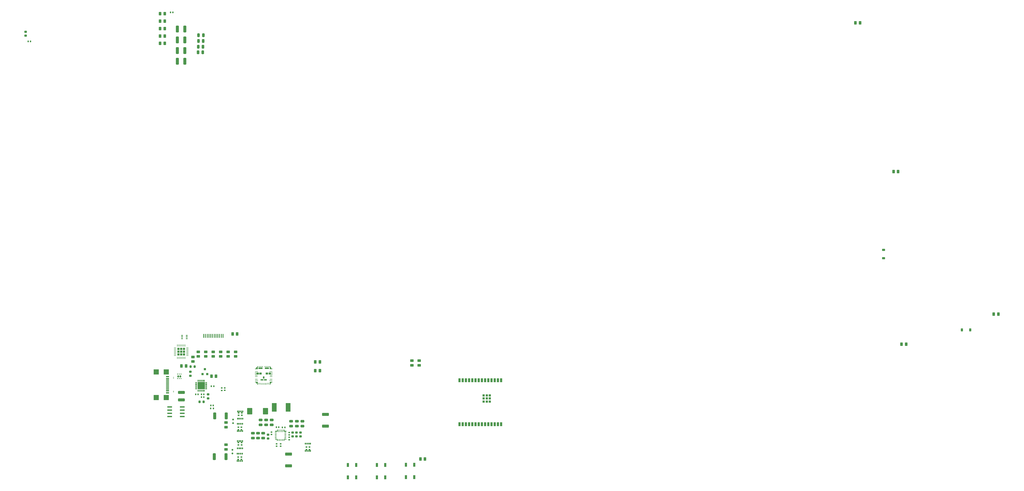
<source format=gtp>
%TF.GenerationSoftware,KiCad,Pcbnew,8.0.6*%
%TF.CreationDate,2025-02-07T02:37:33-05:00*%
%TF.ProjectId,SCAN,5343414e-2e6b-4696-9361-645f70636258,v1.0*%
%TF.SameCoordinates,Original*%
%TF.FileFunction,Paste,Top*%
%TF.FilePolarity,Positive*%
%FSLAX46Y46*%
G04 Gerber Fmt 4.6, Leading zero omitted, Abs format (unit mm)*
G04 Created by KiCad (PCBNEW 8.0.6) date 2025-02-07 02:37:33*
%MOMM*%
%LPD*%
G01*
G04 APERTURE LIST*
G04 Aperture macros list*
%AMRoundRect*
0 Rectangle with rounded corners*
0 $1 Rounding radius*
0 $2 $3 $4 $5 $6 $7 $8 $9 X,Y pos of 4 corners*
0 Add a 4 corners polygon primitive as box body*
4,1,4,$2,$3,$4,$5,$6,$7,$8,$9,$2,$3,0*
0 Add four circle primitives for the rounded corners*
1,1,$1+$1,$2,$3*
1,1,$1+$1,$4,$5*
1,1,$1+$1,$6,$7*
1,1,$1+$1,$8,$9*
0 Add four rect primitives between the rounded corners*
20,1,$1+$1,$2,$3,$4,$5,0*
20,1,$1+$1,$4,$5,$6,$7,0*
20,1,$1+$1,$6,$7,$8,$9,0*
20,1,$1+$1,$8,$9,$2,$3,0*%
G04 Aperture macros list end*
%ADD10C,0.000000*%
%ADD11C,0.010000*%
%ADD12RoundRect,0.250000X-0.325000X-1.100000X0.325000X-1.100000X0.325000X1.100000X-0.325000X1.100000X0*%
%ADD13RoundRect,0.135000X0.185000X-0.135000X0.185000X0.135000X-0.185000X0.135000X-0.185000X-0.135000X0*%
%ADD14RoundRect,0.090000X-0.360000X0.660000X-0.360000X-0.660000X0.360000X-0.660000X0.360000X0.660000X0*%
%ADD15RoundRect,0.250000X0.262500X0.450000X-0.262500X0.450000X-0.262500X-0.450000X0.262500X-0.450000X0*%
%ADD16RoundRect,0.250000X-0.475000X0.250000X-0.475000X-0.250000X0.475000X-0.250000X0.475000X0.250000X0*%
%ADD17RoundRect,0.140000X-0.170000X0.140000X-0.170000X-0.140000X0.170000X-0.140000X0.170000X0.140000X0*%
%ADD18RoundRect,0.140000X0.170000X-0.140000X0.170000X0.140000X-0.170000X0.140000X-0.170000X-0.140000X0*%
%ADD19RoundRect,0.140000X0.140000X0.170000X-0.140000X0.170000X-0.140000X-0.170000X0.140000X-0.170000X0*%
%ADD20RoundRect,0.250000X-0.262500X-0.450000X0.262500X-0.450000X0.262500X0.450000X-0.262500X0.450000X0*%
%ADD21R,1.981200X0.558800*%
%ADD22RoundRect,0.135000X-0.135000X-0.185000X0.135000X-0.185000X0.135000X0.185000X-0.135000X0.185000X0*%
%ADD23R,0.738000X0.570000*%
%ADD24RoundRect,0.125000X-0.125000X0.190000X-0.125000X-0.190000X0.125000X-0.190000X0.125000X0.190000X0*%
%ADD25RoundRect,0.225000X-0.250000X0.225000X-0.250000X-0.225000X0.250000X-0.225000X0.250000X0.225000X0*%
%ADD26RoundRect,0.125000X0.125000X-0.190000X0.125000X0.190000X-0.125000X0.190000X-0.125000X-0.190000X0*%
%ADD27RoundRect,0.135000X0.135000X0.185000X-0.135000X0.185000X-0.135000X-0.185000X0.135000X-0.185000X0*%
%ADD28RoundRect,0.225000X0.250000X-0.225000X0.250000X0.225000X-0.250000X0.225000X-0.250000X-0.225000X0*%
%ADD29RoundRect,0.250000X-0.362500X-1.075000X0.362500X-1.075000X0.362500X1.075000X-0.362500X1.075000X0*%
%ADD30R,0.750000X0.300000*%
%ADD31R,0.300000X0.750000*%
%ADD32R,2.850000X2.850000*%
%ADD33RoundRect,0.250000X0.450000X-0.262500X0.450000X0.262500X-0.450000X0.262500X-0.450000X-0.262500X0*%
%ADD34RoundRect,0.250000X-0.250000X-0.475000X0.250000X-0.475000X0.250000X0.475000X-0.250000X0.475000X0*%
%ADD35RoundRect,0.090000X0.360000X-0.660000X0.360000X0.660000X-0.360000X0.660000X-0.360000X-0.660000X0*%
%ADD36R,0.889000X1.498600*%
%ADD37R,0.812800X0.812800*%
%ADD38RoundRect,0.250000X0.475000X-0.250000X0.475000X0.250000X-0.475000X0.250000X-0.475000X-0.250000X0*%
%ADD39R,0.350000X1.600000*%
%ADD40RoundRect,0.140000X-0.140000X-0.170000X0.140000X-0.170000X0.140000X0.170000X-0.140000X0.170000X0*%
%ADD41RoundRect,0.225000X-0.225000X-0.375000X0.225000X-0.375000X0.225000X0.375000X-0.225000X0.375000X0*%
%ADD42RoundRect,0.250000X1.075000X-0.362500X1.075000X0.362500X-1.075000X0.362500X-1.075000X-0.362500X0*%
%ADD43R,0.249999X0.800001*%
%ADD44R,0.249999X0.700001*%
%ADD45R,1.200000X0.249999*%
%ADD46R,1.000000X0.249999*%
%ADD47RoundRect,0.225000X0.225000X0.250000X-0.225000X0.250000X-0.225000X-0.250000X0.225000X-0.250000X0*%
%ADD48RoundRect,0.250000X-1.075000X0.362500X-1.075000X-0.362500X1.075000X-0.362500X1.075000X0.362500X0*%
%ADD49RoundRect,0.250000X-0.787500X-1.025000X0.787500X-1.025000X0.787500X1.025000X-0.787500X1.025000X0*%
%ADD50R,0.812800X0.889000*%
%ADD51R,1.850000X3.400000*%
%ADD52R,0.304800X0.228600*%
%ADD53R,2.006600X2.159000*%
%ADD54R,1.143000X0.609600*%
%ADD55R,1.143000X0.304800*%
%ADD56RoundRect,0.050000X-0.250000X-0.050000X0.250000X-0.050000X0.250000X0.050000X-0.250000X0.050000X0*%
%ADD57RoundRect,0.050000X-0.050000X-0.250000X0.050000X-0.250000X0.050000X0.250000X-0.050000X0.250000X0*%
%ADD58RoundRect,0.050000X-0.300000X-0.050000X0.300000X-0.050000X0.300000X0.050000X-0.300000X0.050000X0*%
%ADD59RoundRect,0.050000X-0.275000X-0.050000X0.275000X-0.050000X0.275000X0.050000X-0.275000X0.050000X0*%
%ADD60RoundRect,0.050000X-0.290000X-0.050000X0.290000X-0.050000X0.290000X0.050000X-0.290000X0.050000X0*%
%ADD61RoundRect,0.050000X-0.050000X-0.450000X0.050000X-0.450000X0.050000X0.450000X-0.050000X0.450000X0*%
%ADD62RoundRect,0.050000X-0.050000X-0.425000X0.050000X-0.425000X0.050000X0.425000X-0.050000X0.425000X0*%
%ADD63RoundRect,0.150000X-0.200000X0.150000X-0.200000X-0.150000X0.200000X-0.150000X0.200000X0.150000X0*%
%ADD64RoundRect,0.225000X-0.225000X-0.225000X0.225000X-0.225000X0.225000X0.225000X-0.225000X0.225000X0*%
%ADD65RoundRect,0.062500X-0.337500X-0.062500X0.337500X-0.062500X0.337500X0.062500X-0.337500X0.062500X0*%
%ADD66RoundRect,0.062500X-0.062500X-0.337500X0.062500X-0.337500X0.062500X0.337500X-0.062500X0.337500X0*%
%ADD67RoundRect,0.250000X-1.100000X0.325000X-1.100000X-0.325000X1.100000X-0.325000X1.100000X0.325000X0*%
%ADD68RoundRect,0.225000X0.375000X-0.225000X0.375000X0.225000X-0.375000X0.225000X-0.375000X-0.225000X0*%
%ADD69RoundRect,0.200000X-0.200000X-0.275000X0.200000X-0.275000X0.200000X0.275000X-0.200000X0.275000X0*%
%ADD70RoundRect,0.218750X-0.256250X0.218750X-0.256250X-0.218750X0.256250X-0.218750X0.256250X0.218750X0*%
%ADD71RoundRect,0.100000X-0.225000X-0.100000X0.225000X-0.100000X0.225000X0.100000X-0.225000X0.100000X0*%
%ADD72RoundRect,0.250000X-0.450000X0.262500X-0.450000X-0.262500X0.450000X-0.262500X0.450000X0.262500X0*%
%ADD73RoundRect,0.160000X-0.160000X0.245000X-0.160000X-0.245000X0.160000X-0.245000X0.160000X0.245000X0*%
%ADD74RoundRect,0.093750X-0.106250X0.093750X-0.106250X-0.093750X0.106250X-0.093750X0.106250X0.093750X0*%
G04 APERTURE END LIST*
D10*
%TO.C,U9*%
G36*
X98700001Y-86625000D02*
G01*
X98700001Y-86775000D01*
X98650001Y-86824999D01*
X98399999Y-86824999D01*
X98349999Y-86775000D01*
X98349999Y-86625000D01*
X98399999Y-86575000D01*
X98650001Y-86575000D01*
X98700001Y-86625000D01*
G37*
G36*
X98700001Y-86125001D02*
G01*
X98700001Y-86275001D01*
X98650001Y-86325000D01*
X98399999Y-86325000D01*
X98349999Y-86275001D01*
X98349999Y-86125001D01*
X98399999Y-86075001D01*
X98650001Y-86075001D01*
X98700001Y-86125001D01*
G37*
G36*
X99859999Y-86145001D02*
G01*
X99859999Y-86755000D01*
X99809999Y-86805000D01*
X98950001Y-86805000D01*
X98900001Y-86755000D01*
X98900001Y-86145001D01*
X98950001Y-86095001D01*
X99809999Y-86095001D01*
X99859999Y-86145001D01*
G37*
G36*
X101345000Y-84100001D02*
G01*
X101345000Y-84600000D01*
X101295000Y-84650000D01*
X99805000Y-84650000D01*
X99755000Y-84600000D01*
X99755000Y-84100001D01*
X99805000Y-84050001D01*
X101295000Y-84050001D01*
X101345000Y-84100001D01*
G37*
G36*
X99925000Y-83550000D02*
G01*
X99925000Y-83799999D01*
X99875000Y-83849999D01*
X99725000Y-83849999D01*
X99675000Y-83799999D01*
X99675000Y-83550000D01*
X99725000Y-83500000D01*
X99875000Y-83500000D01*
X99925000Y-83550000D01*
G37*
G36*
X101019999Y-86145001D02*
G01*
X101019999Y-86755000D01*
X100969999Y-86805000D01*
X100110001Y-86805000D01*
X100060001Y-86755000D01*
X100060001Y-86145001D01*
X100110001Y-86095001D01*
X100969999Y-86095001D01*
X101019999Y-86145001D01*
G37*
G36*
X100424999Y-83550000D02*
G01*
X100424999Y-83799999D01*
X100374999Y-83849999D01*
X100224999Y-83849999D01*
X100174999Y-83799999D01*
X100174999Y-83550000D01*
X100224999Y-83500000D01*
X100374999Y-83500000D01*
X100424999Y-83550000D01*
G37*
G36*
X101700000Y-88715001D02*
G01*
X101700000Y-89185000D01*
X101650000Y-89235000D01*
X100600000Y-89235000D01*
X100550000Y-89185000D01*
X100550000Y-88715001D01*
X100600000Y-88665001D01*
X101650000Y-88665001D01*
X101700000Y-88715001D01*
G37*
G36*
X100925000Y-83550000D02*
G01*
X100925000Y-83799999D01*
X100875001Y-83849999D01*
X100725001Y-83849999D01*
X100675001Y-83799999D01*
X100675001Y-83550000D01*
X100725001Y-83500000D01*
X100875001Y-83500000D01*
X100925000Y-83550000D01*
G37*
G36*
X101424999Y-83550000D02*
G01*
X101424999Y-83799999D01*
X101375000Y-83849999D01*
X101225000Y-83849999D01*
X101175000Y-83799999D01*
X101175000Y-83550000D01*
X101225000Y-83500000D01*
X101375000Y-83500000D01*
X101424999Y-83550000D01*
G37*
G36*
X102085001Y-87615000D02*
G01*
X102085001Y-88414999D01*
X102035001Y-88464999D01*
X101564999Y-88464999D01*
X101514999Y-88414999D01*
X101514999Y-87615000D01*
X101564999Y-87565001D01*
X102035001Y-87565001D01*
X102085001Y-87615000D01*
G37*
G36*
X103050000Y-88715001D02*
G01*
X103050000Y-89185000D01*
X103000000Y-89235000D01*
X101950000Y-89235000D01*
X101900000Y-89185000D01*
X101900000Y-88715001D01*
X101950000Y-88665001D01*
X103000000Y-88665001D01*
X103050000Y-88715001D01*
G37*
G36*
X102425000Y-83550000D02*
G01*
X102425000Y-83799999D01*
X102375000Y-83849999D01*
X102225000Y-83849999D01*
X102175001Y-83799999D01*
X102175001Y-83550000D01*
X102225000Y-83500000D01*
X102375000Y-83500000D01*
X102425000Y-83550000D01*
G37*
G36*
X103845000Y-84100001D02*
G01*
X103845000Y-84600000D01*
X103795000Y-84650000D01*
X102305000Y-84650000D01*
X102255000Y-84600000D01*
X102255000Y-84100001D01*
X102305000Y-84050001D01*
X103795000Y-84050001D01*
X103845000Y-84100001D01*
G37*
G36*
X103539999Y-86145001D02*
G01*
X103539999Y-86755000D01*
X103489999Y-86805000D01*
X102630001Y-86805000D01*
X102580001Y-86755000D01*
X102580001Y-86145001D01*
X102630001Y-86095001D01*
X103489999Y-86095001D01*
X103539999Y-86145001D01*
G37*
G36*
X102924999Y-83550000D02*
G01*
X102924999Y-83799999D01*
X102874999Y-83849999D01*
X102724999Y-83849999D01*
X102675000Y-83799999D01*
X102675000Y-83550000D01*
X102724999Y-83500000D01*
X102874999Y-83500000D01*
X102924999Y-83550000D01*
G37*
G36*
X103425001Y-83550000D02*
G01*
X103425001Y-83799999D01*
X103375001Y-83849999D01*
X103225001Y-83849999D01*
X103175001Y-83799999D01*
X103175001Y-83550000D01*
X103225001Y-83500000D01*
X103375001Y-83500000D01*
X103425001Y-83550000D01*
G37*
G36*
X104699999Y-86145001D02*
G01*
X104699999Y-86755000D01*
X104649999Y-86805000D01*
X103790001Y-86805000D01*
X103740001Y-86755000D01*
X103740001Y-86145001D01*
X103790001Y-86095001D01*
X104649999Y-86095001D01*
X104699999Y-86145001D01*
G37*
G36*
X103925000Y-83550000D02*
G01*
X103925000Y-83799999D01*
X103875000Y-83849999D01*
X103725000Y-83849999D01*
X103675000Y-83799999D01*
X103675000Y-83550000D01*
X103725000Y-83500000D01*
X103875000Y-83500000D01*
X103925000Y-83550000D01*
G37*
G36*
X105250001Y-86125001D02*
G01*
X105250001Y-86275001D01*
X105200001Y-86325000D01*
X104949999Y-86325000D01*
X104899999Y-86275001D01*
X104899999Y-86125001D01*
X104949999Y-86075001D01*
X105200001Y-86075001D01*
X105250001Y-86125001D01*
G37*
G36*
X105250001Y-86625000D02*
G01*
X105250001Y-86775000D01*
X105200001Y-86824999D01*
X104949999Y-86824999D01*
X104899999Y-86775000D01*
X104899999Y-86625000D01*
X104949999Y-86575000D01*
X105200001Y-86575000D01*
X105250001Y-86625000D01*
G37*
G36*
X99424998Y-83550000D02*
G01*
X99425001Y-84625001D01*
X99374998Y-84674999D01*
X98399999Y-84675001D01*
X98349999Y-84625001D01*
X98349999Y-84474999D01*
X98399999Y-84424999D01*
X98775000Y-84425002D01*
X98825000Y-84374999D01*
X98825000Y-84025000D01*
X98875000Y-83975000D01*
X99124999Y-83975000D01*
X99174999Y-83925000D01*
X99174999Y-83550000D01*
X99224999Y-83500000D01*
X99375001Y-83500000D01*
X99424998Y-83550000D01*
G37*
G36*
X99374998Y-89725001D02*
G01*
X99425001Y-89774999D01*
X99424998Y-90850000D01*
X99375001Y-90900000D01*
X99225001Y-90900000D01*
X99174999Y-90850000D01*
X99175001Y-90475000D01*
X99124999Y-90425000D01*
X98875000Y-90425000D01*
X98825000Y-90375000D01*
X98825000Y-90024998D01*
X98775000Y-89975001D01*
X98399999Y-89975001D01*
X98349999Y-89925001D01*
X98349999Y-89774999D01*
X98399999Y-89724999D01*
X99374998Y-89725001D01*
G37*
G36*
X104425001Y-83550000D02*
G01*
X104424999Y-83925000D01*
X104475001Y-83975000D01*
X104725000Y-83975000D01*
X104775000Y-84025000D01*
X104775000Y-84374999D01*
X104824998Y-84425002D01*
X105200001Y-84424999D01*
X105250001Y-84474999D01*
X105250001Y-84625001D01*
X105200001Y-84675001D01*
X104224999Y-84674999D01*
X104174999Y-84625001D01*
X104175002Y-83550000D01*
X104224999Y-83500000D01*
X104375001Y-83500000D01*
X104425001Y-83550000D01*
G37*
G36*
X105250001Y-89774999D02*
G01*
X105250001Y-89925001D01*
X105200001Y-89975001D01*
X104824998Y-89974998D01*
X104775000Y-90025001D01*
X104775000Y-90375000D01*
X104725000Y-90425000D01*
X104475001Y-90425000D01*
X104425001Y-90475000D01*
X104425001Y-90850000D01*
X104374999Y-90900000D01*
X104224999Y-90900000D01*
X104175002Y-90850000D01*
X104174999Y-89774999D01*
X104224999Y-89724999D01*
X105200001Y-89724999D01*
X105250001Y-89774999D01*
G37*
D11*
%TO.C,U4*%
X107148001Y-112401000D02*
X107150001Y-112401000D01*
X107153001Y-112402000D01*
X107155001Y-112402000D01*
X107158001Y-112403000D01*
X107160001Y-112404000D01*
X107163001Y-112405000D01*
X107165001Y-112407000D01*
X107167001Y-112408000D01*
X107169001Y-112410000D01*
X107171001Y-112411000D01*
X107173001Y-112413000D01*
X107175001Y-112415000D01*
X107177001Y-112417000D01*
X107179001Y-112419000D01*
X107180001Y-112421000D01*
X107182001Y-112423000D01*
X107183001Y-112425000D01*
X107185001Y-112427000D01*
X107186001Y-112430000D01*
X107187001Y-112432000D01*
X107188001Y-112435000D01*
X107188001Y-112437000D01*
X107189001Y-112440000D01*
X107189001Y-112442000D01*
X107190001Y-112445000D01*
X107190001Y-112447000D01*
X107190001Y-112450000D01*
X107190001Y-113050000D01*
X107190001Y-113053000D01*
X107190001Y-113055000D01*
X107189001Y-113058000D01*
X107189001Y-113060000D01*
X107188001Y-113063000D01*
X107188001Y-113065000D01*
X107187001Y-113068000D01*
X107186001Y-113070000D01*
X107185001Y-113073000D01*
X107183001Y-113075000D01*
X107182001Y-113077000D01*
X107180001Y-113079000D01*
X107179001Y-113081000D01*
X107177001Y-113083000D01*
X107175001Y-113085000D01*
X107173001Y-113087000D01*
X107171001Y-113089000D01*
X107169001Y-113090000D01*
X107167001Y-113092000D01*
X107165001Y-113093000D01*
X107163001Y-113095000D01*
X107160001Y-113096000D01*
X107158001Y-113097000D01*
X107155001Y-113098000D01*
X107153001Y-113098000D01*
X107150001Y-113099000D01*
X107148001Y-113099000D01*
X107145001Y-113100000D01*
X107143001Y-113100000D01*
X107140001Y-113100000D01*
X107040001Y-113100000D01*
X107037001Y-113100000D01*
X107035001Y-113100000D01*
X107032001Y-113099000D01*
X107030001Y-113099000D01*
X107027001Y-113098000D01*
X107025001Y-113098000D01*
X107022001Y-113097000D01*
X107020001Y-113096000D01*
X107017001Y-113095000D01*
X107015001Y-113093000D01*
X107013001Y-113092000D01*
X107011001Y-113090000D01*
X107009001Y-113089000D01*
X107007001Y-113087000D01*
X107005001Y-113085000D01*
X107003001Y-113083000D01*
X107001001Y-113081000D01*
X107000001Y-113079000D01*
X106998001Y-113077000D01*
X106997001Y-113075000D01*
X106995001Y-113073000D01*
X106994001Y-113070000D01*
X106993001Y-113068000D01*
X106992001Y-113065000D01*
X106992001Y-113063000D01*
X106991001Y-113060000D01*
X106991001Y-113058000D01*
X106990001Y-113055000D01*
X106990001Y-113053000D01*
X106990001Y-113050000D01*
X106990001Y-112600000D01*
X106340001Y-112600000D01*
X106337001Y-112600000D01*
X106335001Y-112600000D01*
X106332001Y-112599000D01*
X106330001Y-112599000D01*
X106327001Y-112598000D01*
X106325001Y-112598000D01*
X106322001Y-112597000D01*
X106320001Y-112596000D01*
X106317001Y-112595000D01*
X106315001Y-112593000D01*
X106313001Y-112592000D01*
X106311001Y-112590000D01*
X106309001Y-112589000D01*
X106307001Y-112587000D01*
X106305001Y-112585000D01*
X106303001Y-112583000D01*
X106301001Y-112581000D01*
X106300001Y-112579000D01*
X106298001Y-112577000D01*
X106297001Y-112575000D01*
X106295001Y-112573000D01*
X106294001Y-112570000D01*
X106293001Y-112568000D01*
X106292001Y-112565000D01*
X106292001Y-112563000D01*
X106291001Y-112560000D01*
X106291001Y-112558000D01*
X106290001Y-112555000D01*
X106290001Y-112553000D01*
X106290001Y-112550000D01*
X106290001Y-112450000D01*
X106290001Y-112447000D01*
X106290001Y-112445000D01*
X106291001Y-112442000D01*
X106291001Y-112440000D01*
X106292001Y-112437000D01*
X106292001Y-112435000D01*
X106293001Y-112432000D01*
X106294001Y-112430000D01*
X106295001Y-112427000D01*
X106297001Y-112425000D01*
X106298001Y-112423000D01*
X106300001Y-112421000D01*
X106301001Y-112419000D01*
X106303001Y-112417000D01*
X106305001Y-112415000D01*
X106307001Y-112413000D01*
X106309001Y-112411000D01*
X106311001Y-112410000D01*
X106313001Y-112408000D01*
X106315001Y-112407000D01*
X106317001Y-112405000D01*
X106320001Y-112404000D01*
X106322001Y-112403000D01*
X106325001Y-112402000D01*
X106327001Y-112402000D01*
X106330001Y-112401000D01*
X106332001Y-112401000D01*
X106335001Y-112400000D01*
X106337001Y-112400000D01*
X106340001Y-112400000D01*
X107140001Y-112400000D01*
X107143001Y-112400000D01*
X107145001Y-112400000D01*
X107148001Y-112401000D01*
G36*
X107148001Y-112401000D02*
G01*
X107150001Y-112401000D01*
X107153001Y-112402000D01*
X107155001Y-112402000D01*
X107158001Y-112403000D01*
X107160001Y-112404000D01*
X107163001Y-112405000D01*
X107165001Y-112407000D01*
X107167001Y-112408000D01*
X107169001Y-112410000D01*
X107171001Y-112411000D01*
X107173001Y-112413000D01*
X107175001Y-112415000D01*
X107177001Y-112417000D01*
X107179001Y-112419000D01*
X107180001Y-112421000D01*
X107182001Y-112423000D01*
X107183001Y-112425000D01*
X107185001Y-112427000D01*
X107186001Y-112430000D01*
X107187001Y-112432000D01*
X107188001Y-112435000D01*
X107188001Y-112437000D01*
X107189001Y-112440000D01*
X107189001Y-112442000D01*
X107190001Y-112445000D01*
X107190001Y-112447000D01*
X107190001Y-112450000D01*
X107190001Y-113050000D01*
X107190001Y-113053000D01*
X107190001Y-113055000D01*
X107189001Y-113058000D01*
X107189001Y-113060000D01*
X107188001Y-113063000D01*
X107188001Y-113065000D01*
X107187001Y-113068000D01*
X107186001Y-113070000D01*
X107185001Y-113073000D01*
X107183001Y-113075000D01*
X107182001Y-113077000D01*
X107180001Y-113079000D01*
X107179001Y-113081000D01*
X107177001Y-113083000D01*
X107175001Y-113085000D01*
X107173001Y-113087000D01*
X107171001Y-113089000D01*
X107169001Y-113090000D01*
X107167001Y-113092000D01*
X107165001Y-113093000D01*
X107163001Y-113095000D01*
X107160001Y-113096000D01*
X107158001Y-113097000D01*
X107155001Y-113098000D01*
X107153001Y-113098000D01*
X107150001Y-113099000D01*
X107148001Y-113099000D01*
X107145001Y-113100000D01*
X107143001Y-113100000D01*
X107140001Y-113100000D01*
X107040001Y-113100000D01*
X107037001Y-113100000D01*
X107035001Y-113100000D01*
X107032001Y-113099000D01*
X107030001Y-113099000D01*
X107027001Y-113098000D01*
X107025001Y-113098000D01*
X107022001Y-113097000D01*
X107020001Y-113096000D01*
X107017001Y-113095000D01*
X107015001Y-113093000D01*
X107013001Y-113092000D01*
X107011001Y-113090000D01*
X107009001Y-113089000D01*
X107007001Y-113087000D01*
X107005001Y-113085000D01*
X107003001Y-113083000D01*
X107001001Y-113081000D01*
X107000001Y-113079000D01*
X106998001Y-113077000D01*
X106997001Y-113075000D01*
X106995001Y-113073000D01*
X106994001Y-113070000D01*
X106993001Y-113068000D01*
X106992001Y-113065000D01*
X106992001Y-113063000D01*
X106991001Y-113060000D01*
X106991001Y-113058000D01*
X106990001Y-113055000D01*
X106990001Y-113053000D01*
X106990001Y-113050000D01*
X106990001Y-112600000D01*
X106340001Y-112600000D01*
X106337001Y-112600000D01*
X106335001Y-112600000D01*
X106332001Y-112599000D01*
X106330001Y-112599000D01*
X106327001Y-112598000D01*
X106325001Y-112598000D01*
X106322001Y-112597000D01*
X106320001Y-112596000D01*
X106317001Y-112595000D01*
X106315001Y-112593000D01*
X106313001Y-112592000D01*
X106311001Y-112590000D01*
X106309001Y-112589000D01*
X106307001Y-112587000D01*
X106305001Y-112585000D01*
X106303001Y-112583000D01*
X106301001Y-112581000D01*
X106300001Y-112579000D01*
X106298001Y-112577000D01*
X106297001Y-112575000D01*
X106295001Y-112573000D01*
X106294001Y-112570000D01*
X106293001Y-112568000D01*
X106292001Y-112565000D01*
X106292001Y-112563000D01*
X106291001Y-112560000D01*
X106291001Y-112558000D01*
X106290001Y-112555000D01*
X106290001Y-112553000D01*
X106290001Y-112550000D01*
X106290001Y-112450000D01*
X106290001Y-112447000D01*
X106290001Y-112445000D01*
X106291001Y-112442000D01*
X106291001Y-112440000D01*
X106292001Y-112437000D01*
X106292001Y-112435000D01*
X106293001Y-112432000D01*
X106294001Y-112430000D01*
X106295001Y-112427000D01*
X106297001Y-112425000D01*
X106298001Y-112423000D01*
X106300001Y-112421000D01*
X106301001Y-112419000D01*
X106303001Y-112417000D01*
X106305001Y-112415000D01*
X106307001Y-112413000D01*
X106309001Y-112411000D01*
X106311001Y-112410000D01*
X106313001Y-112408000D01*
X106315001Y-112407000D01*
X106317001Y-112405000D01*
X106320001Y-112404000D01*
X106322001Y-112403000D01*
X106325001Y-112402000D01*
X106327001Y-112402000D01*
X106330001Y-112401000D01*
X106332001Y-112401000D01*
X106335001Y-112400000D01*
X106337001Y-112400000D01*
X106340001Y-112400000D01*
X107140001Y-112400000D01*
X107143001Y-112400000D01*
X107145001Y-112400000D01*
X107148001Y-112401000D01*
G37*
X107198001Y-108701000D02*
X107200001Y-108701000D01*
X107203001Y-108702000D01*
X107205001Y-108702000D01*
X107208001Y-108703000D01*
X107210001Y-108704000D01*
X107213001Y-108705000D01*
X107215001Y-108707000D01*
X107217001Y-108708000D01*
X107219001Y-108710000D01*
X107221001Y-108711000D01*
X107223001Y-108713000D01*
X107225001Y-108715000D01*
X107227001Y-108717000D01*
X107229001Y-108719000D01*
X107230001Y-108721000D01*
X107232001Y-108723000D01*
X107233001Y-108725000D01*
X107235001Y-108727000D01*
X107236001Y-108730000D01*
X107237001Y-108732000D01*
X107238001Y-108735000D01*
X107238001Y-108737000D01*
X107239001Y-108740000D01*
X107239001Y-108742000D01*
X107240001Y-108745000D01*
X107240001Y-108747000D01*
X107240001Y-108750000D01*
X107240001Y-109350000D01*
X107240001Y-109353000D01*
X107240001Y-109355000D01*
X107239001Y-109358000D01*
X107239001Y-109360000D01*
X107238001Y-109363000D01*
X107238001Y-109365000D01*
X107237001Y-109368000D01*
X107236001Y-109370000D01*
X107235001Y-109373000D01*
X107233001Y-109375000D01*
X107232001Y-109377000D01*
X107230001Y-109379000D01*
X107229001Y-109381000D01*
X107227001Y-109383000D01*
X107225001Y-109385000D01*
X107223001Y-109387000D01*
X107221001Y-109389000D01*
X107219001Y-109390000D01*
X107217001Y-109392000D01*
X107215001Y-109393000D01*
X107213001Y-109395000D01*
X107210001Y-109396000D01*
X107208001Y-109397000D01*
X107205001Y-109398000D01*
X107203001Y-109398000D01*
X107200001Y-109399000D01*
X107198001Y-109399000D01*
X107195001Y-109400000D01*
X107193001Y-109400000D01*
X107190001Y-109400000D01*
X106340001Y-109400000D01*
X106337001Y-109400000D01*
X106335001Y-109400000D01*
X106332001Y-109399000D01*
X106330001Y-109399000D01*
X106327001Y-109398000D01*
X106325001Y-109398000D01*
X106322001Y-109397000D01*
X106320001Y-109396000D01*
X106317001Y-109395000D01*
X106315001Y-109393000D01*
X106313001Y-109392000D01*
X106311001Y-109390000D01*
X106309001Y-109389000D01*
X106307001Y-109387000D01*
X106305001Y-109385000D01*
X106303001Y-109383000D01*
X106301001Y-109381000D01*
X106300001Y-109379000D01*
X106298001Y-109377000D01*
X106297001Y-109375000D01*
X106295001Y-109373000D01*
X106294001Y-109370000D01*
X106293001Y-109368000D01*
X106292001Y-109365000D01*
X106292001Y-109363000D01*
X106291001Y-109360000D01*
X106291001Y-109358000D01*
X106290001Y-109355000D01*
X106290001Y-109353000D01*
X106290001Y-109350000D01*
X106290001Y-109250000D01*
X106290001Y-109247000D01*
X106290001Y-109245000D01*
X106291001Y-109242000D01*
X106291001Y-109240000D01*
X106292001Y-109237000D01*
X106292001Y-109235000D01*
X106293001Y-109232000D01*
X106294001Y-109230000D01*
X106295001Y-109227000D01*
X106297001Y-109225000D01*
X106298001Y-109223000D01*
X106300001Y-109221000D01*
X106301001Y-109219000D01*
X106303001Y-109217000D01*
X106305001Y-109215000D01*
X106307001Y-109213000D01*
X106309001Y-109211000D01*
X106311001Y-109210000D01*
X106313001Y-109208000D01*
X106315001Y-109207000D01*
X106317001Y-109205000D01*
X106320001Y-109204000D01*
X106322001Y-109203000D01*
X106325001Y-109202000D01*
X106327001Y-109202000D01*
X106330001Y-109201000D01*
X106332001Y-109201000D01*
X106335001Y-109200000D01*
X106337001Y-109200000D01*
X106340001Y-109200000D01*
X107040001Y-109200000D01*
X107040001Y-108750000D01*
X107040001Y-108747000D01*
X107040001Y-108745000D01*
X107041001Y-108742000D01*
X107041001Y-108740000D01*
X107042001Y-108737000D01*
X107042001Y-108735000D01*
X107043001Y-108732000D01*
X107044001Y-108730000D01*
X107045001Y-108727000D01*
X107047001Y-108725000D01*
X107048001Y-108723000D01*
X107050001Y-108721000D01*
X107051001Y-108719000D01*
X107053001Y-108717000D01*
X107055001Y-108715000D01*
X107057001Y-108713000D01*
X107059001Y-108711000D01*
X107061001Y-108710000D01*
X107063001Y-108708000D01*
X107065001Y-108707000D01*
X107067001Y-108705000D01*
X107070001Y-108704000D01*
X107072001Y-108703000D01*
X107075001Y-108702000D01*
X107077001Y-108702000D01*
X107080001Y-108701000D01*
X107082001Y-108701000D01*
X107085001Y-108700000D01*
X107087001Y-108700000D01*
X107090001Y-108700000D01*
X107190001Y-108700000D01*
X107193001Y-108700000D01*
X107195001Y-108700000D01*
X107198001Y-108701000D01*
G36*
X107198001Y-108701000D02*
G01*
X107200001Y-108701000D01*
X107203001Y-108702000D01*
X107205001Y-108702000D01*
X107208001Y-108703000D01*
X107210001Y-108704000D01*
X107213001Y-108705000D01*
X107215001Y-108707000D01*
X107217001Y-108708000D01*
X107219001Y-108710000D01*
X107221001Y-108711000D01*
X107223001Y-108713000D01*
X107225001Y-108715000D01*
X107227001Y-108717000D01*
X107229001Y-108719000D01*
X107230001Y-108721000D01*
X107232001Y-108723000D01*
X107233001Y-108725000D01*
X107235001Y-108727000D01*
X107236001Y-108730000D01*
X107237001Y-108732000D01*
X107238001Y-108735000D01*
X107238001Y-108737000D01*
X107239001Y-108740000D01*
X107239001Y-108742000D01*
X107240001Y-108745000D01*
X107240001Y-108747000D01*
X107240001Y-108750000D01*
X107240001Y-109350000D01*
X107240001Y-109353000D01*
X107240001Y-109355000D01*
X107239001Y-109358000D01*
X107239001Y-109360000D01*
X107238001Y-109363000D01*
X107238001Y-109365000D01*
X107237001Y-109368000D01*
X107236001Y-109370000D01*
X107235001Y-109373000D01*
X107233001Y-109375000D01*
X107232001Y-109377000D01*
X107230001Y-109379000D01*
X107229001Y-109381000D01*
X107227001Y-109383000D01*
X107225001Y-109385000D01*
X107223001Y-109387000D01*
X107221001Y-109389000D01*
X107219001Y-109390000D01*
X107217001Y-109392000D01*
X107215001Y-109393000D01*
X107213001Y-109395000D01*
X107210001Y-109396000D01*
X107208001Y-109397000D01*
X107205001Y-109398000D01*
X107203001Y-109398000D01*
X107200001Y-109399000D01*
X107198001Y-109399000D01*
X107195001Y-109400000D01*
X107193001Y-109400000D01*
X107190001Y-109400000D01*
X106340001Y-109400000D01*
X106337001Y-109400000D01*
X106335001Y-109400000D01*
X106332001Y-109399000D01*
X106330001Y-109399000D01*
X106327001Y-109398000D01*
X106325001Y-109398000D01*
X106322001Y-109397000D01*
X106320001Y-109396000D01*
X106317001Y-109395000D01*
X106315001Y-109393000D01*
X106313001Y-109392000D01*
X106311001Y-109390000D01*
X106309001Y-109389000D01*
X106307001Y-109387000D01*
X106305001Y-109385000D01*
X106303001Y-109383000D01*
X106301001Y-109381000D01*
X106300001Y-109379000D01*
X106298001Y-109377000D01*
X106297001Y-109375000D01*
X106295001Y-109373000D01*
X106294001Y-109370000D01*
X106293001Y-109368000D01*
X106292001Y-109365000D01*
X106292001Y-109363000D01*
X106291001Y-109360000D01*
X106291001Y-109358000D01*
X106290001Y-109355000D01*
X106290001Y-109353000D01*
X106290001Y-109350000D01*
X106290001Y-109250000D01*
X106290001Y-109247000D01*
X106290001Y-109245000D01*
X106291001Y-109242000D01*
X106291001Y-109240000D01*
X106292001Y-109237000D01*
X106292001Y-109235000D01*
X106293001Y-109232000D01*
X106294001Y-109230000D01*
X106295001Y-109227000D01*
X106297001Y-109225000D01*
X106298001Y-109223000D01*
X106300001Y-109221000D01*
X106301001Y-109219000D01*
X106303001Y-109217000D01*
X106305001Y-109215000D01*
X106307001Y-109213000D01*
X106309001Y-109211000D01*
X106311001Y-109210000D01*
X106313001Y-109208000D01*
X106315001Y-109207000D01*
X106317001Y-109205000D01*
X106320001Y-109204000D01*
X106322001Y-109203000D01*
X106325001Y-109202000D01*
X106327001Y-109202000D01*
X106330001Y-109201000D01*
X106332001Y-109201000D01*
X106335001Y-109200000D01*
X106337001Y-109200000D01*
X106340001Y-109200000D01*
X107040001Y-109200000D01*
X107040001Y-108750000D01*
X107040001Y-108747000D01*
X107040001Y-108745000D01*
X107041001Y-108742000D01*
X107041001Y-108740000D01*
X107042001Y-108737000D01*
X107042001Y-108735000D01*
X107043001Y-108732000D01*
X107044001Y-108730000D01*
X107045001Y-108727000D01*
X107047001Y-108725000D01*
X107048001Y-108723000D01*
X107050001Y-108721000D01*
X107051001Y-108719000D01*
X107053001Y-108717000D01*
X107055001Y-108715000D01*
X107057001Y-108713000D01*
X107059001Y-108711000D01*
X107061001Y-108710000D01*
X107063001Y-108708000D01*
X107065001Y-108707000D01*
X107067001Y-108705000D01*
X107070001Y-108704000D01*
X107072001Y-108703000D01*
X107075001Y-108702000D01*
X107077001Y-108702000D01*
X107080001Y-108701000D01*
X107082001Y-108701000D01*
X107085001Y-108700000D01*
X107087001Y-108700000D01*
X107090001Y-108700000D01*
X107190001Y-108700000D01*
X107193001Y-108700000D01*
X107195001Y-108700000D01*
X107198001Y-108701000D01*
G37*
X109898001Y-108701000D02*
X109900001Y-108701000D01*
X109903001Y-108702000D01*
X109905001Y-108702000D01*
X109908001Y-108703000D01*
X109910001Y-108704000D01*
X109913001Y-108705000D01*
X109915001Y-108707000D01*
X109917001Y-108708000D01*
X109919001Y-108710000D01*
X109921001Y-108711000D01*
X109923001Y-108713000D01*
X109925001Y-108715000D01*
X109927001Y-108717000D01*
X109929001Y-108719000D01*
X109930001Y-108721000D01*
X109932001Y-108723000D01*
X109933001Y-108725000D01*
X109935001Y-108727000D01*
X109936001Y-108730000D01*
X109937001Y-108732000D01*
X109938001Y-108735000D01*
X109938001Y-108737000D01*
X109939001Y-108740000D01*
X109939001Y-108742000D01*
X109940001Y-108745000D01*
X109940001Y-108747000D01*
X109940001Y-108750000D01*
X109940001Y-109200000D01*
X110640001Y-109200000D01*
X110643001Y-109200000D01*
X110645001Y-109200000D01*
X110648001Y-109201000D01*
X110650001Y-109201000D01*
X110653001Y-109202000D01*
X110655001Y-109202000D01*
X110658001Y-109203000D01*
X110660001Y-109204000D01*
X110663001Y-109205000D01*
X110665001Y-109207000D01*
X110667001Y-109208000D01*
X110669001Y-109210000D01*
X110671001Y-109211000D01*
X110673001Y-109213000D01*
X110675001Y-109215000D01*
X110677001Y-109217000D01*
X110679001Y-109219000D01*
X110680001Y-109221000D01*
X110682001Y-109223000D01*
X110683001Y-109225000D01*
X110685001Y-109227000D01*
X110686001Y-109230000D01*
X110687001Y-109232000D01*
X110688001Y-109235000D01*
X110688001Y-109237000D01*
X110689001Y-109240000D01*
X110689001Y-109242000D01*
X110690001Y-109245000D01*
X110690001Y-109247000D01*
X110690001Y-109250000D01*
X110690001Y-109350000D01*
X110690001Y-109353000D01*
X110690001Y-109355000D01*
X110689001Y-109358000D01*
X110689001Y-109360000D01*
X110688001Y-109363000D01*
X110688001Y-109365000D01*
X110687001Y-109368000D01*
X110686001Y-109370000D01*
X110685001Y-109373000D01*
X110683001Y-109375000D01*
X110682001Y-109377000D01*
X110680001Y-109379000D01*
X110679001Y-109381000D01*
X110677001Y-109383000D01*
X110675001Y-109385000D01*
X110673001Y-109387000D01*
X110671001Y-109389000D01*
X110669001Y-109390000D01*
X110667001Y-109392000D01*
X110665001Y-109393000D01*
X110663001Y-109395000D01*
X110660001Y-109396000D01*
X110658001Y-109397000D01*
X110655001Y-109398000D01*
X110653001Y-109398000D01*
X110650001Y-109399000D01*
X110648001Y-109399000D01*
X110645001Y-109400000D01*
X110643001Y-109400000D01*
X110640001Y-109400000D01*
X109790001Y-109400000D01*
X109787001Y-109400000D01*
X109785001Y-109400000D01*
X109782001Y-109399000D01*
X109780001Y-109399000D01*
X109777001Y-109398000D01*
X109775001Y-109398000D01*
X109772001Y-109397000D01*
X109770001Y-109396000D01*
X109767001Y-109395000D01*
X109765001Y-109393000D01*
X109763001Y-109392000D01*
X109761001Y-109390000D01*
X109759001Y-109389000D01*
X109757001Y-109387000D01*
X109755001Y-109385000D01*
X109753001Y-109383000D01*
X109751001Y-109381000D01*
X109750001Y-109379000D01*
X109748001Y-109377000D01*
X109747001Y-109375000D01*
X109745001Y-109373000D01*
X109744001Y-109370000D01*
X109743001Y-109368000D01*
X109742001Y-109365000D01*
X109742001Y-109363000D01*
X109741001Y-109360000D01*
X109741001Y-109358000D01*
X109740001Y-109355000D01*
X109740001Y-109353000D01*
X109740001Y-109350000D01*
X109740001Y-108750000D01*
X109740001Y-108747000D01*
X109740001Y-108745000D01*
X109741001Y-108742000D01*
X109741001Y-108740000D01*
X109742001Y-108737000D01*
X109742001Y-108735000D01*
X109743001Y-108732000D01*
X109744001Y-108730000D01*
X109745001Y-108727000D01*
X109747001Y-108725000D01*
X109748001Y-108723000D01*
X109750001Y-108721000D01*
X109751001Y-108719000D01*
X109753001Y-108717000D01*
X109755001Y-108715000D01*
X109757001Y-108713000D01*
X109759001Y-108711000D01*
X109761001Y-108710000D01*
X109763001Y-108708000D01*
X109765001Y-108707000D01*
X109767001Y-108705000D01*
X109770001Y-108704000D01*
X109772001Y-108703000D01*
X109775001Y-108702000D01*
X109777001Y-108702000D01*
X109780001Y-108701000D01*
X109782001Y-108701000D01*
X109785001Y-108700000D01*
X109787001Y-108700000D01*
X109790001Y-108700000D01*
X109890001Y-108700000D01*
X109893001Y-108700000D01*
X109895001Y-108700000D01*
X109898001Y-108701000D01*
G36*
X109898001Y-108701000D02*
G01*
X109900001Y-108701000D01*
X109903001Y-108702000D01*
X109905001Y-108702000D01*
X109908001Y-108703000D01*
X109910001Y-108704000D01*
X109913001Y-108705000D01*
X109915001Y-108707000D01*
X109917001Y-108708000D01*
X109919001Y-108710000D01*
X109921001Y-108711000D01*
X109923001Y-108713000D01*
X109925001Y-108715000D01*
X109927001Y-108717000D01*
X109929001Y-108719000D01*
X109930001Y-108721000D01*
X109932001Y-108723000D01*
X109933001Y-108725000D01*
X109935001Y-108727000D01*
X109936001Y-108730000D01*
X109937001Y-108732000D01*
X109938001Y-108735000D01*
X109938001Y-108737000D01*
X109939001Y-108740000D01*
X109939001Y-108742000D01*
X109940001Y-108745000D01*
X109940001Y-108747000D01*
X109940001Y-108750000D01*
X109940001Y-109200000D01*
X110640001Y-109200000D01*
X110643001Y-109200000D01*
X110645001Y-109200000D01*
X110648001Y-109201000D01*
X110650001Y-109201000D01*
X110653001Y-109202000D01*
X110655001Y-109202000D01*
X110658001Y-109203000D01*
X110660001Y-109204000D01*
X110663001Y-109205000D01*
X110665001Y-109207000D01*
X110667001Y-109208000D01*
X110669001Y-109210000D01*
X110671001Y-109211000D01*
X110673001Y-109213000D01*
X110675001Y-109215000D01*
X110677001Y-109217000D01*
X110679001Y-109219000D01*
X110680001Y-109221000D01*
X110682001Y-109223000D01*
X110683001Y-109225000D01*
X110685001Y-109227000D01*
X110686001Y-109230000D01*
X110687001Y-109232000D01*
X110688001Y-109235000D01*
X110688001Y-109237000D01*
X110689001Y-109240000D01*
X110689001Y-109242000D01*
X110690001Y-109245000D01*
X110690001Y-109247000D01*
X110690001Y-109250000D01*
X110690001Y-109350000D01*
X110690001Y-109353000D01*
X110690001Y-109355000D01*
X110689001Y-109358000D01*
X110689001Y-109360000D01*
X110688001Y-109363000D01*
X110688001Y-109365000D01*
X110687001Y-109368000D01*
X110686001Y-109370000D01*
X110685001Y-109373000D01*
X110683001Y-109375000D01*
X110682001Y-109377000D01*
X110680001Y-109379000D01*
X110679001Y-109381000D01*
X110677001Y-109383000D01*
X110675001Y-109385000D01*
X110673001Y-109387000D01*
X110671001Y-109389000D01*
X110669001Y-109390000D01*
X110667001Y-109392000D01*
X110665001Y-109393000D01*
X110663001Y-109395000D01*
X110660001Y-109396000D01*
X110658001Y-109397000D01*
X110655001Y-109398000D01*
X110653001Y-109398000D01*
X110650001Y-109399000D01*
X110648001Y-109399000D01*
X110645001Y-109400000D01*
X110643001Y-109400000D01*
X110640001Y-109400000D01*
X109790001Y-109400000D01*
X109787001Y-109400000D01*
X109785001Y-109400000D01*
X109782001Y-109399000D01*
X109780001Y-109399000D01*
X109777001Y-109398000D01*
X109775001Y-109398000D01*
X109772001Y-109397000D01*
X109770001Y-109396000D01*
X109767001Y-109395000D01*
X109765001Y-109393000D01*
X109763001Y-109392000D01*
X109761001Y-109390000D01*
X109759001Y-109389000D01*
X109757001Y-109387000D01*
X109755001Y-109385000D01*
X109753001Y-109383000D01*
X109751001Y-109381000D01*
X109750001Y-109379000D01*
X109748001Y-109377000D01*
X109747001Y-109375000D01*
X109745001Y-109373000D01*
X109744001Y-109370000D01*
X109743001Y-109368000D01*
X109742001Y-109365000D01*
X109742001Y-109363000D01*
X109741001Y-109360000D01*
X109741001Y-109358000D01*
X109740001Y-109355000D01*
X109740001Y-109353000D01*
X109740001Y-109350000D01*
X109740001Y-108750000D01*
X109740001Y-108747000D01*
X109740001Y-108745000D01*
X109741001Y-108742000D01*
X109741001Y-108740000D01*
X109742001Y-108737000D01*
X109742001Y-108735000D01*
X109743001Y-108732000D01*
X109744001Y-108730000D01*
X109745001Y-108727000D01*
X109747001Y-108725000D01*
X109748001Y-108723000D01*
X109750001Y-108721000D01*
X109751001Y-108719000D01*
X109753001Y-108717000D01*
X109755001Y-108715000D01*
X109757001Y-108713000D01*
X109759001Y-108711000D01*
X109761001Y-108710000D01*
X109763001Y-108708000D01*
X109765001Y-108707000D01*
X109767001Y-108705000D01*
X109770001Y-108704000D01*
X109772001Y-108703000D01*
X109775001Y-108702000D01*
X109777001Y-108702000D01*
X109780001Y-108701000D01*
X109782001Y-108701000D01*
X109785001Y-108700000D01*
X109787001Y-108700000D01*
X109790001Y-108700000D01*
X109890001Y-108700000D01*
X109893001Y-108700000D01*
X109895001Y-108700000D01*
X109898001Y-108701000D01*
G37*
X110648001Y-112401000D02*
X110650001Y-112401000D01*
X110653001Y-112402000D01*
X110655001Y-112402000D01*
X110658001Y-112403000D01*
X110660001Y-112404000D01*
X110663001Y-112405000D01*
X110665001Y-112407000D01*
X110667001Y-112408000D01*
X110669001Y-112410000D01*
X110671001Y-112411000D01*
X110673001Y-112413000D01*
X110675001Y-112415000D01*
X110677001Y-112417000D01*
X110679001Y-112419000D01*
X110680001Y-112421000D01*
X110682001Y-112423000D01*
X110683001Y-112425000D01*
X110685001Y-112427000D01*
X110686001Y-112430000D01*
X110687001Y-112432000D01*
X110688001Y-112435000D01*
X110688001Y-112437000D01*
X110689001Y-112440000D01*
X110689001Y-112442000D01*
X110690001Y-112445000D01*
X110690001Y-112447000D01*
X110690001Y-112450000D01*
X110690001Y-112550000D01*
X110690001Y-112553000D01*
X110690001Y-112555000D01*
X110689001Y-112558000D01*
X110689001Y-112560000D01*
X110688001Y-112563000D01*
X110688001Y-112565000D01*
X110687001Y-112568000D01*
X110686001Y-112570000D01*
X110685001Y-112573000D01*
X110683001Y-112575000D01*
X110682001Y-112577000D01*
X110680001Y-112579000D01*
X110679001Y-112581000D01*
X110677001Y-112583000D01*
X110675001Y-112585000D01*
X110673001Y-112587000D01*
X110671001Y-112589000D01*
X110669001Y-112590000D01*
X110667001Y-112592000D01*
X110665001Y-112593000D01*
X110663001Y-112595000D01*
X110660001Y-112596000D01*
X110658001Y-112597000D01*
X110655001Y-112598000D01*
X110653001Y-112598000D01*
X110650001Y-112599000D01*
X110648001Y-112599000D01*
X110645001Y-112600000D01*
X110643001Y-112600000D01*
X110640001Y-112600000D01*
X109990001Y-112600000D01*
X109990001Y-113050000D01*
X109990001Y-113053000D01*
X109990001Y-113055000D01*
X109989001Y-113058000D01*
X109989001Y-113060000D01*
X109988001Y-113063000D01*
X109988001Y-113065000D01*
X109987001Y-113068000D01*
X109986001Y-113070000D01*
X109985001Y-113073000D01*
X109983001Y-113075000D01*
X109982001Y-113077000D01*
X109980001Y-113079000D01*
X109979001Y-113081000D01*
X109977001Y-113083000D01*
X109975001Y-113085000D01*
X109973001Y-113087000D01*
X109971001Y-113089000D01*
X109969001Y-113090000D01*
X109967001Y-113092000D01*
X109965001Y-113093000D01*
X109963001Y-113095000D01*
X109960001Y-113096000D01*
X109958001Y-113097000D01*
X109955001Y-113098000D01*
X109953001Y-113098000D01*
X109950001Y-113099000D01*
X109948001Y-113099000D01*
X109945001Y-113100000D01*
X109943001Y-113100000D01*
X109940001Y-113100000D01*
X109840001Y-113100000D01*
X109837001Y-113100000D01*
X109835001Y-113100000D01*
X109832001Y-113099000D01*
X109830001Y-113099000D01*
X109827001Y-113098000D01*
X109825001Y-113098000D01*
X109822001Y-113097000D01*
X109820001Y-113096000D01*
X109817001Y-113095000D01*
X109815001Y-113093000D01*
X109813001Y-113092000D01*
X109811001Y-113090000D01*
X109809001Y-113089000D01*
X109807001Y-113087000D01*
X109805001Y-113085000D01*
X109803001Y-113083000D01*
X109801001Y-113081000D01*
X109800001Y-113079000D01*
X109798001Y-113077000D01*
X109797001Y-113075000D01*
X109795001Y-113073000D01*
X109794001Y-113070000D01*
X109793001Y-113068000D01*
X109792001Y-113065000D01*
X109792001Y-113063000D01*
X109791001Y-113060000D01*
X109791001Y-113058000D01*
X109790001Y-113055000D01*
X109790001Y-113053000D01*
X109790001Y-113050000D01*
X109790001Y-112450000D01*
X109790001Y-112447000D01*
X109790001Y-112445000D01*
X109791001Y-112442000D01*
X109791001Y-112440000D01*
X109792001Y-112437000D01*
X109792001Y-112435000D01*
X109793001Y-112432000D01*
X109794001Y-112430000D01*
X109795001Y-112427000D01*
X109797001Y-112425000D01*
X109798001Y-112423000D01*
X109800001Y-112421000D01*
X109801001Y-112419000D01*
X109803001Y-112417000D01*
X109805001Y-112415000D01*
X109807001Y-112413000D01*
X109809001Y-112411000D01*
X109811001Y-112410000D01*
X109813001Y-112408000D01*
X109815001Y-112407000D01*
X109817001Y-112405000D01*
X109820001Y-112404000D01*
X109822001Y-112403000D01*
X109825001Y-112402000D01*
X109827001Y-112402000D01*
X109830001Y-112401000D01*
X109832001Y-112401000D01*
X109835001Y-112400000D01*
X109837001Y-112400000D01*
X109840001Y-112400000D01*
X110640001Y-112400000D01*
X110643001Y-112400000D01*
X110645001Y-112400000D01*
X110648001Y-112401000D01*
G36*
X110648001Y-112401000D02*
G01*
X110650001Y-112401000D01*
X110653001Y-112402000D01*
X110655001Y-112402000D01*
X110658001Y-112403000D01*
X110660001Y-112404000D01*
X110663001Y-112405000D01*
X110665001Y-112407000D01*
X110667001Y-112408000D01*
X110669001Y-112410000D01*
X110671001Y-112411000D01*
X110673001Y-112413000D01*
X110675001Y-112415000D01*
X110677001Y-112417000D01*
X110679001Y-112419000D01*
X110680001Y-112421000D01*
X110682001Y-112423000D01*
X110683001Y-112425000D01*
X110685001Y-112427000D01*
X110686001Y-112430000D01*
X110687001Y-112432000D01*
X110688001Y-112435000D01*
X110688001Y-112437000D01*
X110689001Y-112440000D01*
X110689001Y-112442000D01*
X110690001Y-112445000D01*
X110690001Y-112447000D01*
X110690001Y-112450000D01*
X110690001Y-112550000D01*
X110690001Y-112553000D01*
X110690001Y-112555000D01*
X110689001Y-112558000D01*
X110689001Y-112560000D01*
X110688001Y-112563000D01*
X110688001Y-112565000D01*
X110687001Y-112568000D01*
X110686001Y-112570000D01*
X110685001Y-112573000D01*
X110683001Y-112575000D01*
X110682001Y-112577000D01*
X110680001Y-112579000D01*
X110679001Y-112581000D01*
X110677001Y-112583000D01*
X110675001Y-112585000D01*
X110673001Y-112587000D01*
X110671001Y-112589000D01*
X110669001Y-112590000D01*
X110667001Y-112592000D01*
X110665001Y-112593000D01*
X110663001Y-112595000D01*
X110660001Y-112596000D01*
X110658001Y-112597000D01*
X110655001Y-112598000D01*
X110653001Y-112598000D01*
X110650001Y-112599000D01*
X110648001Y-112599000D01*
X110645001Y-112600000D01*
X110643001Y-112600000D01*
X110640001Y-112600000D01*
X109990001Y-112600000D01*
X109990001Y-113050000D01*
X109990001Y-113053000D01*
X109990001Y-113055000D01*
X109989001Y-113058000D01*
X109989001Y-113060000D01*
X109988001Y-113063000D01*
X109988001Y-113065000D01*
X109987001Y-113068000D01*
X109986001Y-113070000D01*
X109985001Y-113073000D01*
X109983001Y-113075000D01*
X109982001Y-113077000D01*
X109980001Y-113079000D01*
X109979001Y-113081000D01*
X109977001Y-113083000D01*
X109975001Y-113085000D01*
X109973001Y-113087000D01*
X109971001Y-113089000D01*
X109969001Y-113090000D01*
X109967001Y-113092000D01*
X109965001Y-113093000D01*
X109963001Y-113095000D01*
X109960001Y-113096000D01*
X109958001Y-113097000D01*
X109955001Y-113098000D01*
X109953001Y-113098000D01*
X109950001Y-113099000D01*
X109948001Y-113099000D01*
X109945001Y-113100000D01*
X109943001Y-113100000D01*
X109940001Y-113100000D01*
X109840001Y-113100000D01*
X109837001Y-113100000D01*
X109835001Y-113100000D01*
X109832001Y-113099000D01*
X109830001Y-113099000D01*
X109827001Y-113098000D01*
X109825001Y-113098000D01*
X109822001Y-113097000D01*
X109820001Y-113096000D01*
X109817001Y-113095000D01*
X109815001Y-113093000D01*
X109813001Y-113092000D01*
X109811001Y-113090000D01*
X109809001Y-113089000D01*
X109807001Y-113087000D01*
X109805001Y-113085000D01*
X109803001Y-113083000D01*
X109801001Y-113081000D01*
X109800001Y-113079000D01*
X109798001Y-113077000D01*
X109797001Y-113075000D01*
X109795001Y-113073000D01*
X109794001Y-113070000D01*
X109793001Y-113068000D01*
X109792001Y-113065000D01*
X109792001Y-113063000D01*
X109791001Y-113060000D01*
X109791001Y-113058000D01*
X109790001Y-113055000D01*
X109790001Y-113053000D01*
X109790001Y-113050000D01*
X109790001Y-112450000D01*
X109790001Y-112447000D01*
X109790001Y-112445000D01*
X109791001Y-112442000D01*
X109791001Y-112440000D01*
X109792001Y-112437000D01*
X109792001Y-112435000D01*
X109793001Y-112432000D01*
X109794001Y-112430000D01*
X109795001Y-112427000D01*
X109797001Y-112425000D01*
X109798001Y-112423000D01*
X109800001Y-112421000D01*
X109801001Y-112419000D01*
X109803001Y-112417000D01*
X109805001Y-112415000D01*
X109807001Y-112413000D01*
X109809001Y-112411000D01*
X109811001Y-112410000D01*
X109813001Y-112408000D01*
X109815001Y-112407000D01*
X109817001Y-112405000D01*
X109820001Y-112404000D01*
X109822001Y-112403000D01*
X109825001Y-112402000D01*
X109827001Y-112402000D01*
X109830001Y-112401000D01*
X109832001Y-112401000D01*
X109835001Y-112400000D01*
X109837001Y-112400000D01*
X109840001Y-112400000D01*
X110640001Y-112400000D01*
X110643001Y-112400000D01*
X110645001Y-112400000D01*
X110648001Y-112401000D01*
G37*
%TD*%
D12*
%TO.C,C59*%
X67535000Y41715000D03*
X70485000Y41715000D03*
%TD*%
D13*
%TO.C,R50*%
X85120000Y-93170000D03*
X85120000Y-92150000D03*
%TD*%
D14*
%TO.C,D5*%
X161510000Y-122647500D03*
X158210000Y-122647500D03*
X158210000Y-127547500D03*
X161510000Y-127547500D03*
%TD*%
D15*
%TO.C,R60*%
X70992500Y-83480000D03*
X69167500Y-83480000D03*
%TD*%
D16*
%TO.C,C8*%
X97515556Y-110150000D03*
X97515556Y-112050000D03*
%TD*%
D17*
%TO.C,C23*%
X111910000Y-109830000D03*
X111910000Y-110790000D03*
%TD*%
D18*
%TO.C,C51*%
X86370000Y-93130000D03*
X86370000Y-92170000D03*
%TD*%
D19*
%TO.C,C22*%
X110180001Y-107799999D03*
X109220001Y-107799999D03*
%TD*%
D20*
%TO.C,R3*%
X354825000Y-74820000D03*
X356650000Y-74820000D03*
%TD*%
D21*
%TO.C,Q8*%
X64536200Y-99685000D03*
X64536200Y-100955000D03*
X64536200Y-102225000D03*
X64536200Y-103495000D03*
X69463800Y-103495000D03*
X69463800Y-102225000D03*
X69463800Y-100955000D03*
X69463800Y-99685000D03*
%TD*%
D22*
%TO.C,R49*%
X80790000Y-100300000D03*
X81810000Y-100300000D03*
%TD*%
D23*
%TO.C,Q3*%
X92907500Y-119580000D03*
X91687500Y-119580000D03*
X92907500Y-120530000D03*
X91687500Y-120530000D03*
D24*
X93270000Y-121110000D03*
X92627500Y-121110000D03*
X91967500Y-121110000D03*
X91325000Y-121110000D03*
X93267500Y-118230000D03*
X92627500Y-118230000D03*
X91967500Y-118230000D03*
X91327500Y-118230000D03*
%TD*%
D20*
%TO.C,R11*%
X60720000Y47485000D03*
X62545000Y47485000D03*
%TD*%
D25*
%TO.C,C46*%
X79700000Y-94730000D03*
X79700000Y-96280000D03*
%TD*%
D23*
%TO.C,Q2*%
X91850000Y-103015000D03*
X93070000Y-103015000D03*
X91850000Y-102065000D03*
X93070000Y-102065000D03*
D26*
X91487500Y-101485000D03*
X92130000Y-101485000D03*
X92790000Y-101485000D03*
X93432500Y-101485000D03*
X91490000Y-104365000D03*
X92130000Y-104365000D03*
X92790000Y-104365000D03*
X93430000Y-104365000D03*
%TD*%
D27*
%TO.C,R51*%
X82010000Y-91520000D03*
X80990000Y-91520000D03*
%TD*%
D28*
%TO.C,C18*%
X103550000Y-112270000D03*
X103550000Y-110720000D03*
%TD*%
D20*
%TO.C,R62*%
X122267500Y-85340000D03*
X124092500Y-85340000D03*
%TD*%
D16*
%TO.C,C10*%
X101590000Y-110130000D03*
X101590000Y-112030000D03*
%TD*%
D29*
%TO.C,R16*%
X82187500Y-119420000D03*
X86812500Y-119420000D03*
%TD*%
D30*
%TO.C,U6*%
X79000000Y-92520000D03*
X79000000Y-92020000D03*
X79000000Y-91520000D03*
X79000000Y-91020000D03*
X79000000Y-90520000D03*
X79000000Y-90020000D03*
D31*
X78250000Y-89270000D03*
X77750000Y-89270000D03*
X77250000Y-89270000D03*
X76750000Y-89270000D03*
X76250000Y-89270000D03*
X75750000Y-89270000D03*
D30*
X75000000Y-90020000D03*
X75000000Y-90520000D03*
X75000000Y-91020000D03*
X75000000Y-91520000D03*
X75000000Y-92020000D03*
X75000000Y-92520000D03*
D31*
X75750000Y-93270000D03*
X76250000Y-93270000D03*
X76750000Y-93270000D03*
X77250000Y-93270000D03*
X77750000Y-93270000D03*
X78250000Y-93270000D03*
D32*
X77000000Y-91270000D03*
%TD*%
D33*
%TO.C,R2*%
X163510000Y-83192500D03*
X163510000Y-81367500D03*
%TD*%
D20*
%TO.C,R57*%
X81057500Y-87550000D03*
X82882500Y-87550000D03*
%TD*%
%TO.C,R6*%
X391417500Y-62865000D03*
X393242500Y-62865000D03*
%TD*%
D17*
%TO.C,C17*%
X106910000Y-114310000D03*
X106910000Y-115270000D03*
%TD*%
D34*
%TO.C,C55*%
X75805000Y43205000D03*
X77705000Y43205000D03*
%TD*%
D35*
%TO.C,D6*%
X146710000Y-127670000D03*
X150010000Y-127670000D03*
X150010000Y-122770000D03*
X146710000Y-122770000D03*
%TD*%
D36*
%TO.C,U1*%
X195990000Y-89100000D03*
X194720000Y-89100000D03*
X193450000Y-89100000D03*
X192180000Y-89100000D03*
X190910000Y-89100000D03*
X189640000Y-89100000D03*
X188370000Y-89100000D03*
X187100000Y-89100000D03*
X185830000Y-89100000D03*
X184560000Y-89100000D03*
X183290000Y-89100000D03*
X182020000Y-89100000D03*
X180750000Y-89100000D03*
X179480000Y-89100000D03*
X179480000Y-106600000D03*
X180750000Y-106600000D03*
X182020000Y-106600000D03*
X183290000Y-106600000D03*
X184560000Y-106600000D03*
X185830000Y-106600000D03*
X187100000Y-106600000D03*
X188370000Y-106600000D03*
X189640000Y-106600000D03*
X190910000Y-106600000D03*
X192180000Y-106600000D03*
X193450000Y-106600000D03*
X194720000Y-106600000D03*
X195990000Y-106600000D03*
D37*
X190270000Y-96345000D03*
X191520000Y-95095000D03*
X190270000Y-95095000D03*
X189020000Y-95095000D03*
X189020000Y-96345000D03*
X189020000Y-97595000D03*
X190270000Y-97595000D03*
X191520000Y-97595000D03*
X191520000Y-96345000D03*
%TD*%
D20*
%TO.C,R10*%
X89457500Y-70710000D03*
X91282500Y-70710000D03*
%TD*%
D38*
%TO.C,C25*%
X112690001Y-107299999D03*
X112690001Y-105399999D03*
%TD*%
D20*
%TO.C,R9*%
X60720000Y50435000D03*
X62545000Y50435000D03*
%TD*%
D39*
%TO.C,J8*%
X77960000Y-71510000D03*
X78660000Y-71510000D03*
X79360000Y-71510000D03*
X80060000Y-71510000D03*
X80760000Y-71510000D03*
X81460000Y-71510000D03*
X82160000Y-71510000D03*
X82860000Y-71510000D03*
X83560000Y-71510000D03*
X84260000Y-71510000D03*
X84960000Y-71510000D03*
X85660000Y-71510000D03*
%TD*%
D40*
%TO.C,C50*%
X80830000Y-99080000D03*
X81790000Y-99080000D03*
%TD*%
D41*
%TO.C,D14*%
X378772500Y-69120000D03*
X382072500Y-69120000D03*
%TD*%
D42*
%TO.C,R29*%
X126280000Y-107312500D03*
X126280000Y-102687500D03*
%TD*%
D25*
%TO.C,C29*%
X114820000Y-109830000D03*
X114820000Y-111380000D03*
%TD*%
D15*
%TO.C,R17*%
X353495000Y-6325000D03*
X351670000Y-6325000D03*
%TD*%
D17*
%TO.C,C41*%
X111910000Y-111750000D03*
X111910000Y-112710000D03*
%TD*%
D43*
%TO.C,U9*%
X99799999Y-90500001D03*
X100300000Y-90500001D03*
D44*
X100799999Y-90550001D03*
X101300001Y-90550001D03*
X101800000Y-90550001D03*
X102299999Y-90550001D03*
X102800001Y-90550001D03*
D43*
X103300000Y-90500001D03*
X103800001Y-90500001D03*
D45*
X104649999Y-89200001D03*
D46*
X104749999Y-88700000D03*
X104749999Y-87699999D03*
X104749999Y-87200000D03*
D45*
X104649999Y-85700000D03*
X98950001Y-85700000D03*
D46*
X98850001Y-87200000D03*
X98850001Y-87699999D03*
X98850001Y-88700000D03*
D45*
X98950001Y-89200001D03*
%TD*%
D29*
%TO.C,R15*%
X82325000Y-103280000D03*
X86950000Y-103280000D03*
%TD*%
D33*
%TO.C,R1*%
X160560000Y-83192500D03*
X160560000Y-81367500D03*
%TD*%
D47*
%TO.C,C43*%
X77935000Y-97690000D03*
X76385000Y-97690000D03*
%TD*%
D17*
%TO.C,C11*%
X104860000Y-109700000D03*
X104860000Y-110660000D03*
%TD*%
D20*
%TO.C,R8*%
X60720000Y53385000D03*
X62545000Y53385000D03*
%TD*%
D15*
%TO.C,R5*%
X338375000Y52705000D03*
X336550000Y52705000D03*
%TD*%
D48*
%TO.C,R31*%
X111690000Y-118417500D03*
X111690000Y-123042500D03*
%TD*%
D12*
%TO.C,C60*%
X67535000Y37465000D03*
X70485000Y37465000D03*
%TD*%
D33*
%TO.C,R39*%
X90620000Y-79672500D03*
X90620000Y-77847500D03*
%TD*%
D49*
%TO.C,C40*%
X96255000Y-101400000D03*
X102480000Y-101400000D03*
%TD*%
D50*
%TO.C,Q10*%
X77505000Y-86680000D03*
X79410000Y-86680000D03*
X78457500Y-84673400D03*
%TD*%
D14*
%TO.C,D7*%
X138510000Y-122770000D03*
X135210000Y-122770000D03*
X135210000Y-127670000D03*
X138510000Y-127670000D03*
%TD*%
D20*
%TO.C,R61*%
X122267500Y-81840000D03*
X124092500Y-81840000D03*
%TD*%
D51*
%TO.C,L1*%
X105945000Y-99890000D03*
X111495000Y-99890000D03*
%TD*%
D52*
%TO.C,D4*%
X66000000Y-88330000D03*
X66000000Y-87974400D03*
%TD*%
D20*
%TO.C,R7*%
X60720000Y56335000D03*
X62545000Y56335000D03*
%TD*%
D53*
%TO.C,J1*%
X63105000Y-85780000D03*
X63105000Y-96000000D03*
X59175000Y-85780000D03*
X59175000Y-96000000D03*
D54*
X63680000Y-87689999D03*
X63680000Y-88490000D03*
D55*
X63680000Y-89640000D03*
X63680000Y-90640000D03*
X63680000Y-91140000D03*
X63680000Y-92140000D03*
D54*
X63680000Y-93290000D03*
X63680000Y-94089999D03*
D55*
X63680000Y-92639999D03*
X63680000Y-91640001D03*
X63680000Y-90139999D03*
X63680000Y-89140001D03*
%TD*%
D38*
%TO.C,C31*%
X100540000Y-106780000D03*
X100540000Y-104880000D03*
%TD*%
D56*
%TO.C,U4*%
X106590001Y-109700000D03*
X106590001Y-110100000D03*
X106590001Y-110500000D03*
X106590001Y-110900000D03*
X106590001Y-111300000D03*
X106590001Y-111700000D03*
X106590001Y-112100000D03*
D57*
X107490001Y-112800000D03*
X107890001Y-112800000D03*
X108290001Y-112800000D03*
X108690001Y-112800000D03*
X109090001Y-112800000D03*
X109490001Y-112800000D03*
D58*
X110340001Y-112100000D03*
D59*
X110365001Y-111700000D03*
D60*
X110352501Y-111300000D03*
D56*
X110390001Y-110900000D03*
X110390001Y-110500000D03*
X110390001Y-110100000D03*
X110390001Y-109700000D03*
D61*
X109390001Y-109200000D03*
X108940001Y-109200000D03*
X108490001Y-109200000D03*
X108040001Y-109200000D03*
D62*
X107590001Y-109175000D03*
%TD*%
D40*
%TO.C,C68*%
X74810000Y-94710000D03*
X75770000Y-94710000D03*
%TD*%
D20*
%TO.C,R12*%
X60720000Y44535000D03*
X62545000Y44535000D03*
%TD*%
D63*
%TO.C,D11*%
X89610000Y-106120000D03*
X89610000Y-104720000D03*
%TD*%
D19*
%TO.C,C44*%
X78070000Y-94710000D03*
X77110000Y-94710000D03*
%TD*%
D25*
%TO.C,C33*%
X116410000Y-109830000D03*
X116410000Y-111380000D03*
%TD*%
D34*
%TO.C,C7*%
X75945000Y47815000D03*
X77845000Y47815000D03*
%TD*%
D64*
%TO.C,U8*%
X67930000Y-76660000D03*
X67930000Y-77780000D03*
X67930000Y-78900000D03*
X69050000Y-76660000D03*
X69050000Y-77780000D03*
X69050000Y-78900000D03*
X70170000Y-76660000D03*
X70170000Y-77780000D03*
X70170000Y-78900000D03*
D65*
X66600000Y-76280000D03*
X66600000Y-76780000D03*
X66600000Y-77280000D03*
X66600000Y-77780000D03*
X66600000Y-78280000D03*
X66600000Y-78780000D03*
X66600000Y-79280000D03*
D66*
X67550000Y-80230000D03*
X68050000Y-80230000D03*
X68550000Y-80230000D03*
X69050000Y-80230000D03*
X69550000Y-80230000D03*
X70050000Y-80230000D03*
X70550000Y-80230000D03*
D65*
X71500000Y-79280000D03*
X71500000Y-78780000D03*
X71500000Y-78280000D03*
X71500000Y-77780000D03*
X71500000Y-77280000D03*
X71500000Y-76780000D03*
X71500000Y-76280000D03*
D66*
X70550000Y-75330000D03*
X70050000Y-75330000D03*
X69550000Y-75330000D03*
X69050000Y-75330000D03*
X68550000Y-75330000D03*
X68050000Y-75330000D03*
X67550000Y-75330000D03*
%TD*%
D20*
%TO.C,R4*%
X163957500Y-120340000D03*
X165782500Y-120340000D03*
%TD*%
D67*
%TO.C,C49*%
X69190000Y-93915000D03*
X69190000Y-96865000D03*
%TD*%
D33*
%TO.C,R36*%
X81770000Y-79672500D03*
X81770000Y-77847500D03*
%TD*%
D25*
%TO.C,C26*%
X113230000Y-109830000D03*
X113230000Y-111380000D03*
%TD*%
D38*
%TO.C,C24*%
X104970000Y-106780000D03*
X104970000Y-104880000D03*
%TD*%
D23*
%TO.C,Q4*%
X92975000Y-107780000D03*
X91755000Y-107780000D03*
X92975000Y-108730000D03*
X91755000Y-108730000D03*
D24*
X93337500Y-109310000D03*
X92695000Y-109310000D03*
X92035000Y-109310000D03*
X91392500Y-109310000D03*
X93335000Y-106430000D03*
X92695000Y-106430000D03*
X92035000Y-106430000D03*
X91395000Y-106430000D03*
%TD*%
D68*
%TO.C,D8*%
X347732500Y-40655000D03*
X347732500Y-37355000D03*
%TD*%
D38*
%TO.C,C27*%
X102770000Y-106780000D03*
X102770000Y-104880000D03*
%TD*%
D40*
%TO.C,C52*%
X8352500Y45365000D03*
X9312500Y45365000D03*
%TD*%
D28*
%TO.C,C53*%
X7332500Y47590000D03*
X7332500Y49140000D03*
%TD*%
D12*
%TO.C,C58*%
X67535000Y45965000D03*
X70485000Y45965000D03*
%TD*%
D38*
%TO.C,C30*%
X117190001Y-107299999D03*
X117190001Y-105399999D03*
%TD*%
D40*
%TO.C,C21*%
X106820000Y-107770000D03*
X107780000Y-107770000D03*
%TD*%
D33*
%TO.C,R37*%
X84720000Y-79672500D03*
X84720000Y-77847500D03*
%TD*%
D16*
%TO.C,C9*%
X99567778Y-110130000D03*
X99567778Y-112030000D03*
%TD*%
D33*
%TO.C,R34*%
X75870000Y-79672500D03*
X75870000Y-77847500D03*
%TD*%
D63*
%TO.C,D12*%
X89387500Y-118145000D03*
X89387500Y-116745000D03*
%TD*%
D40*
%TO.C,C61*%
X64792500Y56825000D03*
X65752500Y56825000D03*
%TD*%
D38*
%TO.C,C28*%
X114940001Y-107299999D03*
X114940001Y-105399999D03*
%TD*%
D69*
%TO.C,R58*%
X72760000Y-83680000D03*
X74410000Y-83680000D03*
%TD*%
D70*
%TO.C,D16*%
X72700000Y-85722500D03*
X72700000Y-87297500D03*
%TD*%
D33*
%TO.C,R38*%
X87670000Y-79672500D03*
X87670000Y-77847500D03*
%TD*%
D71*
%TO.C,Q7*%
X69390000Y-71310000D03*
X69390000Y-71960000D03*
X69390000Y-72610000D03*
X71290000Y-72610000D03*
X71290000Y-71960000D03*
X71290000Y-71310000D03*
%TD*%
D34*
%TO.C,C56*%
X75745000Y41015000D03*
X77645000Y41015000D03*
%TD*%
D33*
%TO.C,R59*%
X73750000Y-81692500D03*
X73750000Y-79867500D03*
%TD*%
D23*
%TO.C,Q5*%
X91782500Y-114760000D03*
X93002500Y-114760000D03*
X91782500Y-113810000D03*
X93002500Y-113810000D03*
D26*
X91420000Y-113230000D03*
X92062500Y-113230000D03*
X92722500Y-113230000D03*
X93365000Y-113230000D03*
X91422500Y-116110000D03*
X92062500Y-116110000D03*
X92722500Y-116110000D03*
X93362500Y-116110000D03*
%TD*%
D17*
%TO.C,C16*%
X108510000Y-114310000D03*
X108510000Y-115270000D03*
%TD*%
D33*
%TO.C,R21*%
X86830000Y-116532500D03*
X86830000Y-114707500D03*
%TD*%
D12*
%TO.C,C57*%
X67535000Y50215000D03*
X70485000Y50215000D03*
%TD*%
D34*
%TO.C,C54*%
X75895000Y45515000D03*
X77795000Y45515000D03*
%TD*%
D72*
%TO.C,R20*%
X86830000Y-105897500D03*
X86830000Y-107722500D03*
%TD*%
D19*
%TO.C,C45*%
X78070000Y-95840000D03*
X77110000Y-95840000D03*
%TD*%
D33*
%TO.C,R35*%
X78820000Y-79672500D03*
X78820000Y-77847500D03*
%TD*%
D52*
%TO.C,D3*%
X66000000Y-93442200D03*
X66000000Y-93797800D03*
%TD*%
D23*
%TO.C,Q6*%
X119960000Y-115650000D03*
X118740000Y-115650000D03*
X119960000Y-116600000D03*
X118740000Y-116600000D03*
D24*
X120322500Y-117180000D03*
X119680000Y-117180000D03*
X119020000Y-117180000D03*
X118377500Y-117180000D03*
X120320000Y-114300000D03*
X119680000Y-114300000D03*
X119020000Y-114300000D03*
X118380000Y-114300000D03*
%TD*%
D73*
%TO.C,U5*%
X68710000Y-87590000D03*
X67910000Y-87590000D03*
D74*
X68960000Y-86702500D03*
X68310000Y-86702500D03*
X67660000Y-86702500D03*
X67660000Y-88477500D03*
X68310000Y-88477500D03*
X68960000Y-88477500D03*
%TD*%
M02*

</source>
